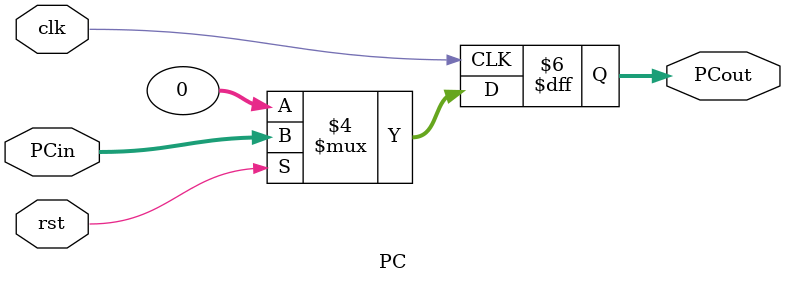
<source format=v>
module PC(
    input wire clk,
    input wire rst,
    input wire [31:0] PCin,
    output reg [31:0] PCout
);
    always@(posedge clk)
        begin
            if(rst==0)
                begin
                    PCout <= 32'b0;
                end
            else
                begin
                    PCout <= PCin;
                end
        end
endmodule
</source>
